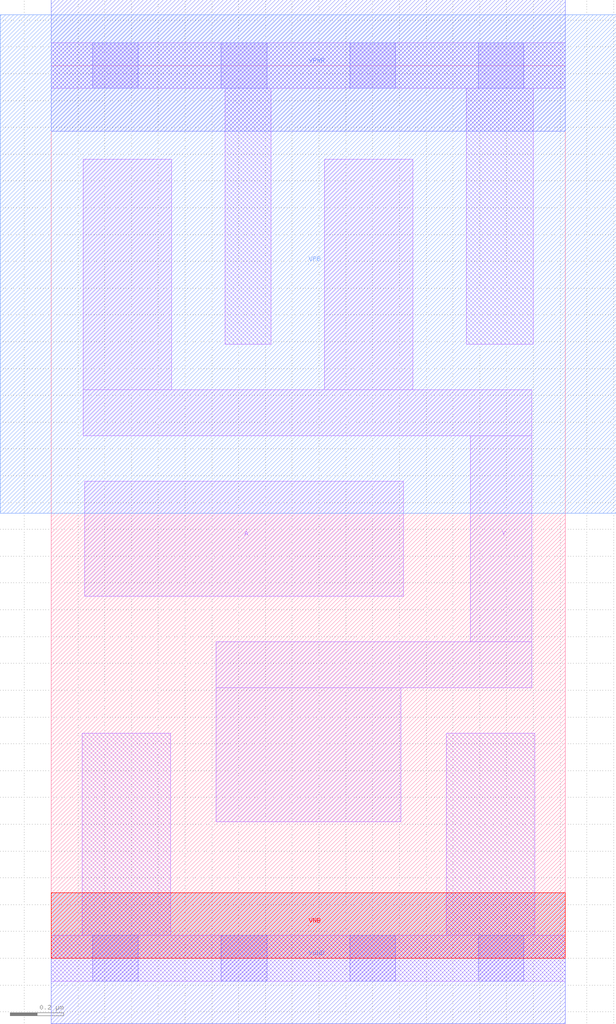
<source format=lef>
# Copyright 2020 The SkyWater PDK Authors
#
# Licensed under the Apache License, Version 2.0 (the "License");
# you may not use this file except in compliance with the License.
# You may obtain a copy of the License at
#
#     https://www.apache.org/licenses/LICENSE-2.0
#
# Unless required by applicable law or agreed to in writing, software
# distributed under the License is distributed on an "AS IS" BASIS,
# WITHOUT WARRANTIES OR CONDITIONS OF ANY KIND, either express or implied.
# See the License for the specific language governing permissions and
# limitations under the License.
#
# SPDX-License-Identifier: Apache-2.0

VERSION 5.7 ;
  NOWIREEXTENSIONATPIN ON ;
  DIVIDERCHAR "/" ;
  BUSBITCHARS "[]" ;
MACRO sky130_fd_sc_hs__clkinv_2
  CLASS CORE ;
  FOREIGN sky130_fd_sc_hs__clkinv_2 ;
  ORIGIN  0.000000  0.000000 ;
  SIZE  1.920000 BY  3.330000 ;
  SYMMETRY X Y ;
  SITE unit ;
  PIN A
    ANTENNAGATEAREA  0.630000 ;
    DIRECTION INPUT ;
    USE SIGNAL ;
    PORT
      LAYER li1 ;
        RECT 0.125000 1.350000 1.315000 1.780000 ;
    END
  END A
  PIN Y
    ANTENNADIFFAREA  0.994000 ;
    DIRECTION OUTPUT ;
    USE SIGNAL ;
    PORT
      LAYER li1 ;
        RECT 0.120000 1.950000 1.795000 2.120000 ;
        RECT 0.120000 2.120000 0.450000 2.980000 ;
        RECT 0.615000 0.510000 1.305000 1.010000 ;
        RECT 0.615000 1.010000 1.795000 1.180000 ;
        RECT 1.020000 2.120000 1.350000 2.980000 ;
        RECT 1.565000 1.180000 1.795000 1.950000 ;
    END
  END Y
  PIN VGND
    DIRECTION INOUT ;
    USE GROUND ;
    PORT
      LAYER met1 ;
        RECT 0.000000 -0.245000 1.920000 0.245000 ;
    END
  END VGND
  PIN VNB
    DIRECTION INOUT ;
    USE GROUND ;
    PORT
      LAYER pwell ;
        RECT 0.000000 0.000000 1.920000 0.245000 ;
    END
  END VNB
  PIN VPB
    DIRECTION INOUT ;
    USE POWER ;
    PORT
      LAYER nwell ;
        RECT -0.190000 1.660000 2.110000 3.520000 ;
    END
  END VPB
  PIN VPWR
    DIRECTION INOUT ;
    USE POWER ;
    PORT
      LAYER met1 ;
        RECT 0.000000 3.085000 1.920000 3.575000 ;
    END
  END VPWR
  OBS
    LAYER li1 ;
      RECT 0.000000 -0.085000 1.920000 0.085000 ;
      RECT 0.000000  3.245000 1.920000 3.415000 ;
      RECT 0.115000  0.085000 0.445000 0.840000 ;
      RECT 0.650000  2.290000 0.820000 3.245000 ;
      RECT 1.475000  0.085000 1.805000 0.840000 ;
      RECT 1.550000  2.290000 1.800000 3.245000 ;
    LAYER mcon ;
      RECT 0.155000 -0.085000 0.325000 0.085000 ;
      RECT 0.155000  3.245000 0.325000 3.415000 ;
      RECT 0.635000 -0.085000 0.805000 0.085000 ;
      RECT 0.635000  3.245000 0.805000 3.415000 ;
      RECT 1.115000 -0.085000 1.285000 0.085000 ;
      RECT 1.115000  3.245000 1.285000 3.415000 ;
      RECT 1.595000 -0.085000 1.765000 0.085000 ;
      RECT 1.595000  3.245000 1.765000 3.415000 ;
  END
END sky130_fd_sc_hs__clkinv_2
END LIBRARY

</source>
